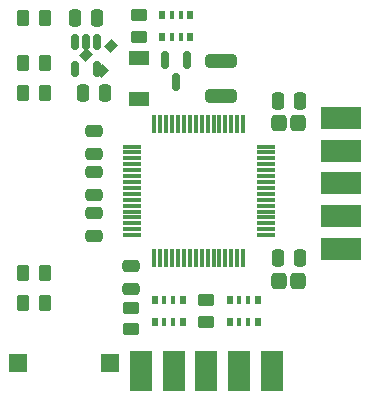
<source format=gtp>
G04 #@! TF.GenerationSoftware,KiCad,Pcbnew,6.0.8-f2edbf62ab~116~ubuntu22.04.1*
G04 #@! TF.CreationDate,2022-10-13T12:47:22+02:00*
G04 #@! TF.ProjectId,Dual USB Controller adapter CPC,4475616c-2055-4534-9220-436f6e74726f,0.2*
G04 #@! TF.SameCoordinates,Original*
G04 #@! TF.FileFunction,Paste,Top*
G04 #@! TF.FilePolarity,Positive*
%FSLAX46Y46*%
G04 Gerber Fmt 4.6, Leading zero omitted, Abs format (unit mm)*
G04 Created by KiCad (PCBNEW 6.0.8-f2edbf62ab~116~ubuntu22.04.1) date 2022-10-13 12:47:22*
%MOMM*%
%LPD*%
G01*
G04 APERTURE LIST*
G04 Aperture macros list*
%AMRoundRect*
0 Rectangle with rounded corners*
0 $1 Rounding radius*
0 $2 $3 $4 $5 $6 $7 $8 $9 X,Y pos of 4 corners*
0 Add a 4 corners polygon primitive as box body*
4,1,4,$2,$3,$4,$5,$6,$7,$8,$9,$2,$3,0*
0 Add four circle primitives for the rounded corners*
1,1,$1+$1,$2,$3*
1,1,$1+$1,$4,$5*
1,1,$1+$1,$6,$7*
1,1,$1+$1,$8,$9*
0 Add four rect primitives between the rounded corners*
20,1,$1+$1,$2,$3,$4,$5,0*
20,1,$1+$1,$4,$5,$6,$7,0*
20,1,$1+$1,$6,$7,$8,$9,0*
20,1,$1+$1,$8,$9,$2,$3,0*%
%AMRotRect*
0 Rectangle, with rotation*
0 The origin of the aperture is its center*
0 $1 length*
0 $2 width*
0 $3 Rotation angle, in degrees counterclockwise*
0 Add horizontal line*
21,1,$1,$2,0,0,$3*%
G04 Aperture macros list end*
%ADD10RotRect,0.900000X0.800000X45.000000*%
%ADD11RoundRect,0.318150X-0.318150X-0.381850X0.318150X-0.381850X0.318150X0.381850X-0.318150X0.381850X0*%
%ADD12RoundRect,0.250000X0.250000X0.475000X-0.250000X0.475000X-0.250000X-0.475000X0.250000X-0.475000X0*%
%ADD13RoundRect,0.250000X-0.475000X0.250000X-0.475000X-0.250000X0.475000X-0.250000X0.475000X0.250000X0*%
%ADD14RoundRect,0.250000X0.475000X-0.250000X0.475000X0.250000X-0.475000X0.250000X-0.475000X-0.250000X0*%
%ADD15RoundRect,0.250000X-0.250000X-0.475000X0.250000X-0.475000X0.250000X0.475000X-0.250000X0.475000X0*%
%ADD16R,3.480000X1.846667*%
%ADD17RoundRect,0.250000X-0.262500X-0.450000X0.262500X-0.450000X0.262500X0.450000X-0.262500X0.450000X0*%
%ADD18R,0.500000X0.800000*%
%ADD19R,0.400000X0.800000*%
%ADD20RoundRect,0.150000X-0.150000X0.587500X-0.150000X-0.587500X0.150000X-0.587500X0.150000X0.587500X0*%
%ADD21RoundRect,0.250000X-1.075000X0.312500X-1.075000X-0.312500X1.075000X-0.312500X1.075000X0.312500X0*%
%ADD22RoundRect,0.250000X-0.450000X0.262500X-0.450000X-0.262500X0.450000X-0.262500X0.450000X0.262500X0*%
%ADD23R,1.846667X3.480000*%
%ADD24R,1.500000X1.500000*%
%ADD25RoundRect,0.250000X0.450000X-0.262500X0.450000X0.262500X-0.450000X0.262500X-0.450000X-0.262500X0*%
%ADD26R,1.700000X1.300000*%
%ADD27RoundRect,0.075000X-0.700000X-0.075000X0.700000X-0.075000X0.700000X0.075000X-0.700000X0.075000X0*%
%ADD28RoundRect,0.075000X-0.075000X-0.700000X0.075000X-0.700000X0.075000X0.700000X-0.075000X0.700000X0*%
%ADD29RoundRect,0.150000X-0.150000X0.512500X-0.150000X-0.512500X0.150000X-0.512500X0.150000X0.512500X0*%
G04 APERTURE END LIST*
D10*
X175895000Y-70421500D03*
X177238503Y-71765003D03*
X177980965Y-69679038D03*
D11*
X192251300Y-76200000D03*
X193828700Y-76200000D03*
D12*
X176845000Y-67310000D03*
X174945000Y-67310000D03*
D13*
X176530000Y-80330000D03*
X176530000Y-82230000D03*
D11*
X192251300Y-89535000D03*
X193828700Y-89535000D03*
D14*
X179705000Y-90182500D03*
X179705000Y-88282500D03*
D15*
X192090000Y-87630000D03*
X193990000Y-87630000D03*
X192090000Y-74295000D03*
X193990000Y-74295000D03*
D16*
X197485000Y-75740000D03*
X197485000Y-78510000D03*
X197485000Y-81280000D03*
X197485000Y-84050000D03*
X197485000Y-86820000D03*
D17*
X170537500Y-88900000D03*
X172362500Y-88900000D03*
D18*
X188030000Y-92975000D03*
D19*
X188830000Y-92975000D03*
X189630000Y-92975000D03*
D18*
X190430000Y-92975000D03*
X190430000Y-91175000D03*
D19*
X189630000Y-91175000D03*
X188830000Y-91175000D03*
D18*
X188030000Y-91175000D03*
D17*
X170537500Y-71120000D03*
X172362500Y-71120000D03*
D20*
X184465000Y-70817500D03*
X182565000Y-70817500D03*
X183515000Y-72692500D03*
D21*
X187325000Y-70927500D03*
X187325000Y-73852500D03*
D22*
X186055000Y-91162500D03*
X186055000Y-92987500D03*
D23*
X180515000Y-97155000D03*
X183285000Y-97155000D03*
X186055000Y-97155000D03*
X188825000Y-97155000D03*
X191595000Y-97155000D03*
D17*
X170537500Y-67310000D03*
X172362500Y-67310000D03*
D22*
X179705000Y-91797500D03*
X179705000Y-93622500D03*
D14*
X176530000Y-78752500D03*
X176530000Y-76852500D03*
X176530000Y-85707500D03*
X176530000Y-83807500D03*
D24*
X177890000Y-96520000D03*
X170090000Y-96520000D03*
D25*
X180340000Y-68857500D03*
X180340000Y-67032500D03*
D26*
X180340000Y-70640000D03*
X180340000Y-74140000D03*
D27*
X179745000Y-78165000D03*
X179745000Y-78665000D03*
X179745000Y-79165000D03*
X179745000Y-79665000D03*
X179745000Y-80165000D03*
X179745000Y-80665000D03*
X179745000Y-81165000D03*
X179745000Y-81665000D03*
X179745000Y-82165000D03*
X179745000Y-82665000D03*
X179745000Y-83165000D03*
X179745000Y-83665000D03*
X179745000Y-84165000D03*
X179745000Y-84665000D03*
X179745000Y-85165000D03*
X179745000Y-85665000D03*
D28*
X181670000Y-87590000D03*
X182170000Y-87590000D03*
X182670000Y-87590000D03*
X183170000Y-87590000D03*
X183670000Y-87590000D03*
X184170000Y-87590000D03*
X184670000Y-87590000D03*
X185170000Y-87590000D03*
X185670000Y-87590000D03*
X186170000Y-87590000D03*
X186670000Y-87590000D03*
X187170000Y-87590000D03*
X187670000Y-87590000D03*
X188170000Y-87590000D03*
X188670000Y-87590000D03*
X189170000Y-87590000D03*
D27*
X191095000Y-85665000D03*
X191095000Y-85165000D03*
X191095000Y-84665000D03*
X191095000Y-84165000D03*
X191095000Y-83665000D03*
X191095000Y-83165000D03*
X191095000Y-82665000D03*
X191095000Y-82165000D03*
X191095000Y-81665000D03*
X191095000Y-81165000D03*
X191095000Y-80665000D03*
X191095000Y-80165000D03*
X191095000Y-79665000D03*
X191095000Y-79165000D03*
X191095000Y-78665000D03*
X191095000Y-78165000D03*
D28*
X189170000Y-76240000D03*
X188670000Y-76240000D03*
X188170000Y-76240000D03*
X187670000Y-76240000D03*
X187170000Y-76240000D03*
X186670000Y-76240000D03*
X186170000Y-76240000D03*
X185670000Y-76240000D03*
X185170000Y-76240000D03*
X184670000Y-76240000D03*
X184170000Y-76240000D03*
X183670000Y-76240000D03*
X183170000Y-76240000D03*
X182670000Y-76240000D03*
X182170000Y-76240000D03*
X181670000Y-76240000D03*
D12*
X177480000Y-73660000D03*
X175580000Y-73660000D03*
D18*
X181680000Y-92975000D03*
D19*
X182480000Y-92975000D03*
X183280000Y-92975000D03*
D18*
X184080000Y-92975000D03*
X184080000Y-91175000D03*
D19*
X183280000Y-91175000D03*
X182480000Y-91175000D03*
D18*
X181680000Y-91175000D03*
D17*
X170537500Y-91440000D03*
X172362500Y-91440000D03*
X170537500Y-73660000D03*
X172362500Y-73660000D03*
D18*
X182315000Y-68845000D03*
D19*
X183115000Y-68845000D03*
X183915000Y-68845000D03*
D18*
X184715000Y-68845000D03*
X184715000Y-67045000D03*
D19*
X183915000Y-67045000D03*
X183115000Y-67045000D03*
D18*
X182315000Y-67045000D03*
D29*
X176845000Y-69347500D03*
X175895000Y-69347500D03*
X174945000Y-69347500D03*
X174945000Y-71622500D03*
X176845000Y-71622500D03*
M02*

</source>
